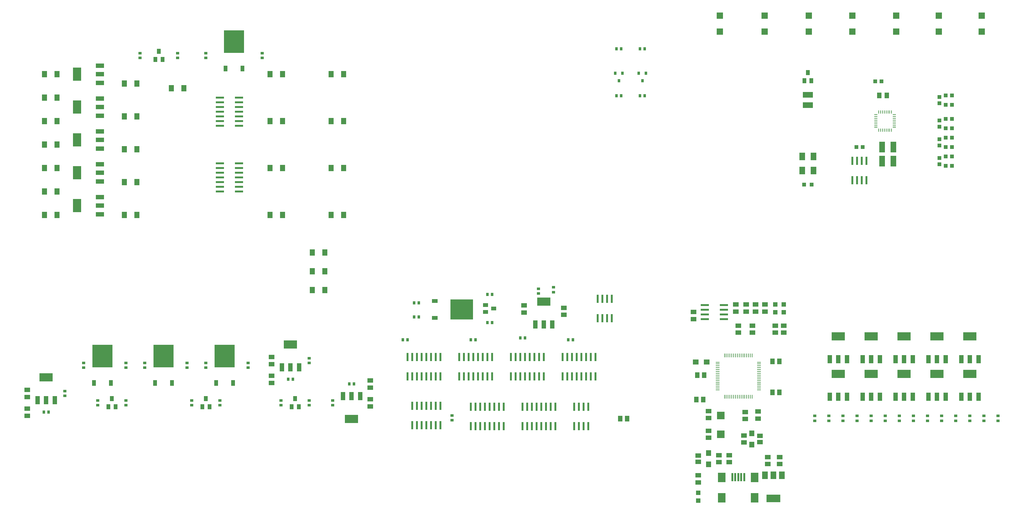
<source format=gtp>
G75*
G70*
%OFA0B0*%
%FSLAX24Y24*%
%IPPOS*%
%LPD*%
%AMOC8*
5,1,8,0,0,1.08239X$1,22.5*
%
%ADD10R,0.0866X0.0236*%
%ADD11R,0.0551X0.0709*%
%ADD12R,0.0394X0.0551*%
%ADD13R,0.0354X0.0276*%
%ADD14R,0.2126X0.2441*%
%ADD15R,0.0394X0.0630*%
%ADD16R,0.0880X0.0480*%
%ADD17R,0.0866X0.1417*%
%ADD18R,0.0480X0.0880*%
%ADD19R,0.1417X0.0866*%
%ADD20R,0.0630X0.0512*%
%ADD21R,0.0276X0.0354*%
%ADD22R,0.0480X0.0880*%
%ADD23R,0.0110X0.0335*%
%ADD24R,0.0335X0.0110*%
%ADD25R,0.0236X0.0866*%
%ADD26R,0.0394X0.0433*%
%ADD27R,0.0425X0.0413*%
%ADD28R,0.0591X0.1142*%
%ADD29R,0.0512X0.0630*%
%ADD30R,0.0394X0.0394*%
%ADD31R,0.0591X0.0787*%
%ADD32R,0.1063X0.0630*%
%ADD33R,0.2441X0.2126*%
%ADD34R,0.0630X0.0394*%
%ADD35R,0.0551X0.0394*%
%ADD36R,0.0310X0.0350*%
%ADD37R,0.0669X0.0709*%
%ADD38R,0.0394X0.0106*%
%ADD39R,0.0106X0.0394*%
%ADD40R,0.0591X0.0512*%
%ADD41R,0.1496X0.0787*%
%ADD42R,0.0472X0.0472*%
%ADD43R,0.0630X0.0551*%
%ADD44R,0.0551X0.0630*%
%ADD45R,0.0512X0.0591*%
%ADD46R,0.0800X0.0800*%
%ADD47R,0.0787X0.0984*%
%ADD48R,0.0197X0.0906*%
D10*
X022306Y034180D03*
X022306Y034680D03*
X022306Y035180D03*
X022306Y035680D03*
X022306Y036180D03*
X022306Y036680D03*
X022306Y037180D03*
X024354Y037180D03*
X024354Y036680D03*
X024354Y036180D03*
X024354Y035680D03*
X024354Y035180D03*
X024354Y034680D03*
X024354Y034180D03*
X024354Y041180D03*
X024354Y041680D03*
X024354Y042180D03*
X024354Y042680D03*
X024354Y043180D03*
X024354Y043680D03*
X024354Y044180D03*
X022306Y044180D03*
X022306Y043680D03*
X022306Y043180D03*
X022306Y042680D03*
X022306Y042180D03*
X022306Y041680D03*
X022306Y041180D03*
X073906Y022080D03*
X073906Y021580D03*
X073906Y021080D03*
X073906Y020580D03*
X075954Y020580D03*
X075954Y021080D03*
X075954Y021580D03*
X075954Y022080D03*
D11*
X035499Y031680D03*
X034161Y031680D03*
X028999Y031680D03*
X027661Y031680D03*
X032161Y027680D03*
X033499Y027680D03*
X033499Y025680D03*
X032161Y025680D03*
X032161Y023680D03*
X033499Y023680D03*
X013499Y031680D03*
X012161Y031680D03*
X012161Y035180D03*
X013499Y035180D03*
X013499Y038680D03*
X012161Y038680D03*
X012161Y042180D03*
X013499Y042180D03*
X017161Y045180D03*
X018499Y045180D03*
X013499Y045680D03*
X012161Y045680D03*
X004999Y046680D03*
X003661Y046680D03*
X003661Y044180D03*
X004999Y044180D03*
X004999Y041680D03*
X003661Y041680D03*
X003661Y039180D03*
X004999Y039180D03*
X004999Y036680D03*
X003661Y036680D03*
X003661Y034180D03*
X004999Y034180D03*
X004999Y031680D03*
X003661Y031680D03*
X027661Y036680D03*
X028999Y036680D03*
X034161Y036680D03*
X035499Y036680D03*
X035499Y041680D03*
X034161Y041680D03*
X028999Y041680D03*
X027661Y041680D03*
X027661Y046680D03*
X028999Y046680D03*
X034161Y046680D03*
X035499Y046680D03*
D12*
X016204Y048247D03*
X015456Y048247D03*
X015830Y049113D03*
X084506Y045997D03*
X085254Y045997D03*
X084880Y046863D03*
X030330Y012113D03*
X029956Y011247D03*
X030704Y011247D03*
X021204Y011247D03*
X020456Y011247D03*
X020830Y012113D03*
X011204Y011247D03*
X010456Y011247D03*
X010830Y012113D03*
D13*
X012330Y011936D03*
X012330Y011424D03*
X009330Y011424D03*
X009330Y011936D03*
X005830Y012424D03*
X005830Y012936D03*
X007830Y015424D03*
X007830Y015936D03*
X012330Y015936D03*
X012330Y015424D03*
X014330Y015424D03*
X014330Y015936D03*
X018830Y015936D03*
X018830Y015424D03*
X020830Y015424D03*
X020830Y015936D03*
X025330Y015936D03*
X025330Y015424D03*
X022330Y011936D03*
X022330Y011424D03*
X019330Y011424D03*
X019330Y011936D03*
X028830Y011936D03*
X028830Y011424D03*
X031830Y011424D03*
X031830Y011936D03*
X034330Y011936D03*
X034330Y011424D03*
X031830Y015924D03*
X031830Y016436D03*
X047030Y010336D03*
X047030Y009824D03*
X056230Y023324D03*
X056230Y023836D03*
X057830Y023986D03*
X057830Y023474D03*
X085630Y010286D03*
X085630Y009774D03*
X087130Y009774D03*
X087130Y010286D03*
X088630Y010286D03*
X088630Y009774D03*
X090130Y009774D03*
X090130Y010286D03*
X091630Y010286D03*
X091630Y009774D03*
X093130Y009774D03*
X093130Y010286D03*
X094630Y010286D03*
X094630Y009774D03*
X096130Y009774D03*
X096130Y010286D03*
X097630Y010286D03*
X097630Y009774D03*
X099130Y009774D03*
X099130Y010286D03*
X100630Y010286D03*
X100630Y009774D03*
X102130Y009774D03*
X102130Y010286D03*
X103630Y010286D03*
X103630Y009774D03*
X105130Y009774D03*
X105130Y010286D03*
X026830Y048424D03*
X026830Y048936D03*
X020830Y048936D03*
X020830Y048424D03*
X017830Y048424D03*
X017830Y048936D03*
X013830Y048936D03*
X013830Y048424D03*
D14*
X023830Y050164D03*
X022830Y016664D03*
X016330Y016664D03*
X009830Y016664D03*
D15*
X008932Y013790D03*
X010728Y013790D03*
X015432Y013790D03*
X017228Y013790D03*
X021932Y013790D03*
X023728Y013790D03*
X022932Y047290D03*
X024728Y047290D03*
D16*
X009550Y047590D03*
X009550Y046680D03*
X009550Y045770D03*
X009550Y044090D03*
X009550Y043180D03*
X009550Y042270D03*
X009550Y040590D03*
X009550Y039680D03*
X009550Y038770D03*
X009550Y037090D03*
X009550Y036180D03*
X009550Y035270D03*
X009550Y033590D03*
X009550Y032680D03*
X009550Y031770D03*
D17*
X007110Y032680D03*
X007110Y036180D03*
X007110Y039680D03*
X007110Y043180D03*
X007110Y046680D03*
D18*
X087220Y016310D03*
X088130Y016310D03*
X089040Y016310D03*
X090720Y016310D03*
X091630Y016310D03*
X092540Y016310D03*
X094220Y016310D03*
X095130Y016310D03*
X096040Y016310D03*
X097720Y016310D03*
X098630Y016310D03*
X099540Y016310D03*
X101220Y016310D03*
X102130Y016310D03*
X103040Y016310D03*
X103040Y012310D03*
X102130Y012310D03*
X101220Y012310D03*
X099540Y012310D03*
X098630Y012310D03*
X097720Y012310D03*
X096040Y012310D03*
X095130Y012310D03*
X094220Y012310D03*
X092540Y012310D03*
X091630Y012310D03*
X090720Y012310D03*
X089040Y012310D03*
X088130Y012310D03*
X087220Y012310D03*
D19*
X088130Y014750D03*
X091630Y014750D03*
X095130Y014750D03*
X098630Y014750D03*
X102130Y014750D03*
X102130Y018750D03*
X098630Y018750D03*
X095130Y018750D03*
X091630Y018750D03*
X088130Y018750D03*
X056780Y022450D03*
X036330Y009960D03*
X029830Y017900D03*
X003830Y014400D03*
D20*
X001830Y010306D03*
X001830Y011054D03*
X001830Y012306D03*
X001830Y013054D03*
X027830Y013806D03*
X027830Y014554D03*
X027830Y015806D03*
X027830Y016554D03*
X038330Y014054D03*
X038330Y013306D03*
X038330Y012054D03*
X038330Y011306D03*
X054680Y021306D03*
X054680Y022054D03*
X058930Y021804D03*
X058930Y021056D03*
D21*
X054786Y018580D03*
X054274Y018580D03*
X051286Y020230D03*
X050774Y020230D03*
X049536Y018380D03*
X049024Y018380D03*
X043486Y020830D03*
X042974Y020830D03*
X042974Y022330D03*
X043486Y022330D03*
X042286Y018380D03*
X041774Y018380D03*
X036586Y013680D03*
X036074Y013680D03*
X030086Y014180D03*
X029574Y014180D03*
X050774Y023230D03*
X051286Y023230D03*
X059374Y018380D03*
X059886Y018380D03*
X064509Y044380D03*
X065021Y044380D03*
X067009Y044380D03*
X067521Y044380D03*
X067521Y049380D03*
X067009Y049380D03*
X065021Y049380D03*
X064509Y049380D03*
X004086Y010680D03*
X003574Y010680D03*
D22*
X003830Y011960D03*
X002920Y011960D03*
X004740Y011960D03*
X028920Y015460D03*
X029830Y015460D03*
X030740Y015460D03*
X035420Y012400D03*
X036330Y012400D03*
X037240Y012400D03*
X055870Y020010D03*
X056780Y020010D03*
X057690Y020010D03*
D23*
X092421Y040724D03*
X092618Y040724D03*
X092815Y040724D03*
X093011Y040724D03*
X093208Y040724D03*
X093405Y040724D03*
X093602Y040724D03*
X093799Y040724D03*
X093799Y042673D03*
X093602Y042673D03*
X093405Y042673D03*
X093208Y042673D03*
X093011Y042673D03*
X092815Y042673D03*
X092618Y042673D03*
X092421Y042673D03*
D24*
X092135Y042388D03*
X092135Y042191D03*
X092135Y041994D03*
X092135Y041797D03*
X092135Y041600D03*
X092135Y041403D03*
X092135Y041206D03*
X092135Y041010D03*
X094084Y041010D03*
X094084Y041206D03*
X094084Y041403D03*
X094084Y041600D03*
X094084Y041797D03*
X094084Y041994D03*
X094084Y042191D03*
X094084Y042388D03*
D25*
X091130Y037454D03*
X090630Y037454D03*
X090130Y037454D03*
X089630Y037454D03*
X089630Y035406D03*
X090130Y035406D03*
X090630Y035406D03*
X091130Y035406D03*
X064030Y022754D03*
X063530Y022754D03*
X063030Y022754D03*
X062530Y022754D03*
X062530Y020706D03*
X063030Y020706D03*
X063530Y020706D03*
X064030Y020706D03*
X062280Y016554D03*
X061780Y016554D03*
X061280Y016554D03*
X060780Y016554D03*
X060280Y016554D03*
X059780Y016554D03*
X059280Y016554D03*
X058780Y016554D03*
X056780Y016554D03*
X056280Y016554D03*
X055780Y016554D03*
X055280Y016554D03*
X054780Y016554D03*
X054280Y016554D03*
X053780Y016554D03*
X053280Y016554D03*
X051280Y016554D03*
X050780Y016554D03*
X050280Y016554D03*
X049780Y016554D03*
X049280Y016554D03*
X048780Y016554D03*
X048280Y016554D03*
X047780Y016554D03*
X045780Y016554D03*
X045280Y016554D03*
X044780Y016554D03*
X044280Y016554D03*
X043780Y016554D03*
X043280Y016554D03*
X042780Y016554D03*
X042280Y016554D03*
X042280Y014506D03*
X042780Y014506D03*
X043280Y014506D03*
X043780Y014506D03*
X044280Y014506D03*
X044780Y014506D03*
X045280Y014506D03*
X045780Y014506D03*
X047780Y014506D03*
X048280Y014506D03*
X048780Y014506D03*
X049280Y014506D03*
X049780Y014506D03*
X050280Y014506D03*
X050780Y014506D03*
X051280Y014506D03*
X053280Y014506D03*
X053780Y014506D03*
X054280Y014506D03*
X054780Y014506D03*
X055280Y014506D03*
X055780Y014506D03*
X056280Y014506D03*
X056780Y014506D03*
X058780Y014506D03*
X059280Y014506D03*
X059780Y014506D03*
X060280Y014506D03*
X060780Y014506D03*
X061280Y014506D03*
X061780Y014506D03*
X062280Y014506D03*
X061530Y011254D03*
X061030Y011254D03*
X060530Y011254D03*
X060030Y011254D03*
X058030Y011254D03*
X057530Y011254D03*
X057030Y011254D03*
X056530Y011254D03*
X056030Y011254D03*
X055530Y011254D03*
X055030Y011254D03*
X054530Y011254D03*
X052530Y011254D03*
X052030Y011254D03*
X051530Y011254D03*
X051030Y011254D03*
X050530Y011254D03*
X050030Y011254D03*
X049530Y011254D03*
X049030Y011254D03*
X045780Y011354D03*
X045280Y011354D03*
X044780Y011354D03*
X044280Y011354D03*
X043780Y011354D03*
X043280Y011354D03*
X042780Y011354D03*
X042780Y009306D03*
X043280Y009306D03*
X043780Y009306D03*
X044280Y009306D03*
X044780Y009306D03*
X045280Y009306D03*
X045780Y009306D03*
X049030Y009206D03*
X049530Y009206D03*
X050030Y009206D03*
X050530Y009206D03*
X051030Y009206D03*
X051530Y009206D03*
X052030Y009206D03*
X052530Y009206D03*
X054530Y009206D03*
X055030Y009206D03*
X055530Y009206D03*
X056030Y009206D03*
X056530Y009206D03*
X057030Y009206D03*
X057530Y009206D03*
X058030Y009206D03*
X060030Y009206D03*
X060530Y009206D03*
X061030Y009206D03*
X061530Y009206D03*
D26*
X099545Y036930D03*
X100215Y036930D03*
X100215Y037930D03*
X099545Y037930D03*
X099545Y038930D03*
X100215Y038930D03*
X100215Y039930D03*
X099545Y039930D03*
X099545Y040930D03*
X100215Y040930D03*
X100215Y041930D03*
X099545Y041930D03*
X099545Y043430D03*
X100215Y043430D03*
X100215Y044430D03*
X099545Y044430D03*
X092715Y045930D03*
X092045Y045930D03*
X090715Y038930D03*
X090045Y038930D03*
D27*
X098880Y039086D03*
X098880Y039774D03*
X098880Y041086D03*
X098880Y041774D03*
X098880Y043586D03*
X098880Y044274D03*
X098880Y037774D03*
X098880Y037086D03*
D28*
X093971Y037430D03*
X092789Y037430D03*
X092789Y038930D03*
X093971Y038930D03*
D29*
X093274Y044430D03*
X092486Y044430D03*
X065654Y009980D03*
X064906Y009980D03*
D30*
X084486Y034930D03*
X085274Y034930D03*
D31*
X085471Y036430D03*
X084289Y036430D03*
X084289Y037930D03*
X085471Y037930D03*
X082136Y003970D03*
X081230Y003970D03*
X080324Y003970D03*
D32*
X084880Y043379D03*
X084880Y044481D03*
D33*
X048064Y021630D03*
D34*
X045190Y020732D03*
X045190Y022528D03*
D35*
X050597Y022104D03*
X050597Y021356D03*
X051463Y021730D03*
D36*
X064775Y045980D03*
X064395Y046780D03*
X065155Y046780D03*
X066895Y046780D03*
X067655Y046780D03*
X067275Y045980D03*
D37*
X075530Y051239D03*
X075530Y052921D03*
X080280Y052921D03*
X080280Y051239D03*
X084980Y051239D03*
X084980Y052921D03*
X089630Y052921D03*
X089630Y051239D03*
X094280Y051239D03*
X094280Y052921D03*
X098830Y052921D03*
X098830Y051239D03*
X103380Y051239D03*
X103380Y052921D03*
D38*
X079685Y016006D03*
X079685Y015810D03*
X079685Y015613D03*
X079685Y015416D03*
X079685Y015219D03*
X079685Y015022D03*
X079685Y014825D03*
X079685Y014628D03*
X079685Y014432D03*
X079685Y014235D03*
X079685Y014038D03*
X079685Y013841D03*
X079685Y013644D03*
X079685Y013447D03*
X079685Y013250D03*
X079685Y013054D03*
X075275Y013054D03*
X075275Y013250D03*
X075275Y013447D03*
X075275Y013644D03*
X075275Y013841D03*
X075275Y014038D03*
X075275Y014235D03*
X075275Y014432D03*
X075275Y014628D03*
X075275Y014825D03*
X075275Y015022D03*
X075275Y015219D03*
X075275Y015416D03*
X075275Y015613D03*
X075275Y015810D03*
X075275Y016006D03*
D39*
X076004Y016735D03*
X076200Y016735D03*
X076397Y016735D03*
X076594Y016735D03*
X076791Y016735D03*
X076988Y016735D03*
X077185Y016735D03*
X077382Y016735D03*
X077578Y016735D03*
X077775Y016735D03*
X077972Y016735D03*
X078169Y016735D03*
X078366Y016735D03*
X078563Y016735D03*
X078760Y016735D03*
X078956Y016735D03*
X078956Y012325D03*
X078760Y012325D03*
X078563Y012325D03*
X078366Y012325D03*
X078169Y012325D03*
X077972Y012325D03*
X077775Y012325D03*
X077578Y012325D03*
X077382Y012325D03*
X077185Y012325D03*
X076988Y012325D03*
X076791Y012325D03*
X076594Y012325D03*
X076397Y012325D03*
X076200Y012325D03*
X076004Y012325D03*
D40*
X074330Y010804D03*
X074330Y010056D03*
X074330Y008704D03*
X074330Y007956D03*
X075430Y006104D03*
X075430Y005356D03*
X076530Y005356D03*
X076530Y006104D03*
X078080Y007456D03*
X078080Y008204D03*
X079780Y008165D03*
X079780Y007495D03*
X080630Y005904D03*
X080630Y005156D03*
X081880Y005156D03*
X081880Y005904D03*
X079580Y010006D03*
X078230Y009956D03*
X078230Y010704D03*
X079580Y010754D03*
X073230Y006065D03*
X073230Y005395D03*
X073230Y003954D03*
X073230Y003206D03*
X077480Y019156D03*
X077480Y019904D03*
X078980Y019904D03*
X078980Y019156D03*
X081430Y019156D03*
X081430Y019904D03*
X082330Y019904D03*
X082330Y019156D03*
X080330Y021406D03*
X080330Y022154D03*
X079330Y022154D03*
X079330Y021406D03*
X078330Y021406D03*
X078330Y022154D03*
X077230Y022154D03*
X077230Y021406D03*
X072730Y021354D03*
X072730Y020606D03*
D41*
X081230Y001490D03*
D42*
X073230Y001267D03*
X073230Y002093D03*
X081430Y021317D03*
X081430Y022143D03*
X082330Y022143D03*
X082330Y021317D03*
D43*
X074121Y016030D03*
X072939Y016030D03*
D44*
X078930Y008421D03*
X078930Y007239D03*
X074330Y006321D03*
X074330Y005139D03*
D45*
X073754Y012030D03*
X073006Y012030D03*
X073106Y014630D03*
X073854Y014630D03*
X081106Y016080D03*
X081854Y016080D03*
X081854Y012780D03*
X081106Y012780D03*
D46*
X075630Y010330D03*
X075630Y008330D03*
D47*
X075728Y003714D03*
X079232Y003714D03*
X079232Y001549D03*
X075728Y001549D03*
D48*
X076850Y003754D03*
X077165Y003754D03*
X077480Y003754D03*
X077795Y003754D03*
X078110Y003754D03*
M02*

</source>
